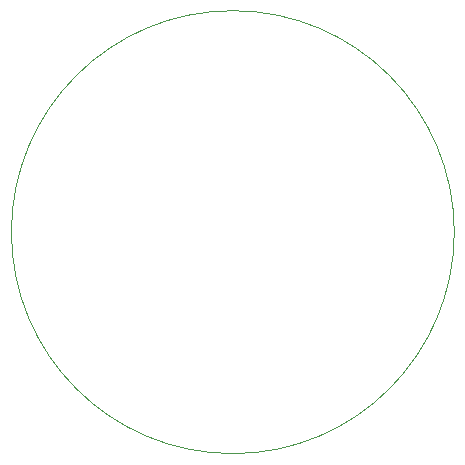
<source format=gm1>
G04 #@! TF.GenerationSoftware,KiCad,Pcbnew,(5.1.10)-1*
G04 #@! TF.CreationDate,2021-07-30T17:06:45-07:00*
G04 #@! TF.ProjectId,esp32-smartwatch,65737033-322d-4736-9d61-727477617463,rev?*
G04 #@! TF.SameCoordinates,PX8f56560PY66b5f20*
G04 #@! TF.FileFunction,Profile,NP*
%FSLAX46Y46*%
G04 Gerber Fmt 4.6, Leading zero omitted, Abs format (unit mm)*
G04 Created by KiCad (PCBNEW (5.1.10)-1) date 2021-07-30 17:06:45*
%MOMM*%
%LPD*%
G01*
G04 APERTURE LIST*
G04 #@! TA.AperFunction,Profile*
%ADD10C,0.050000*%
G04 #@! TD*
G04 APERTURE END LIST*
D10*
X37530000Y18800000D02*
G75*
G03*
X37530000Y18800000I-18750000J0D01*
G01*
M02*

</source>
